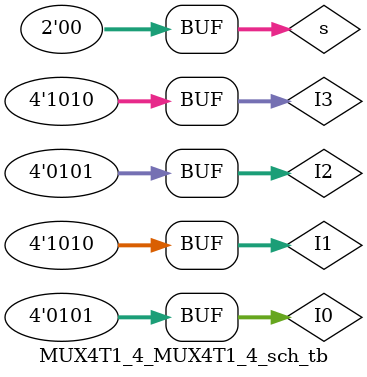
<source format=v>

`timescale 1ns / 1ps

module MUX4T1_4_MUX4T1_4_sch_tb();

// Inputs
   reg [1:0] s;
   reg [3:0] I0;
   reg [3:0] I1;
   reg [3:0] I2;
   reg [3:0] I3;

// Output
   wire [3:0] o;

// Bidirs

// Instantiate the UUT
   MUX4T1_4 UUT (
		.s(s), 
		.o(o), 
		.I0(I0), 
		.I1(I1), 
		.I2(I2), 
		.I3(I3)
   );
// Initialize Inputs
   initial begin
		s = 0;
		I0 = 0;
		I1 = 1;
		I2 = 2;
		I3 = 3;
		#50; 
		
		s=0; 
		#50; 
		s=1; 
		#50; 
		s=2; 
		#50; 
		s=3; 
		#50; 
		
		I0=4'h5; 
		I1=4'hA; 
		I2=4'h5; 
		I3=4'hA; 
		#50; 
		
		s=0; 
		#50; 
		s=1; 
		#50; 
		s=2; 
		#50; 
		s=3; 
		#50;
		s=0; 
   end
endmodule

</source>
